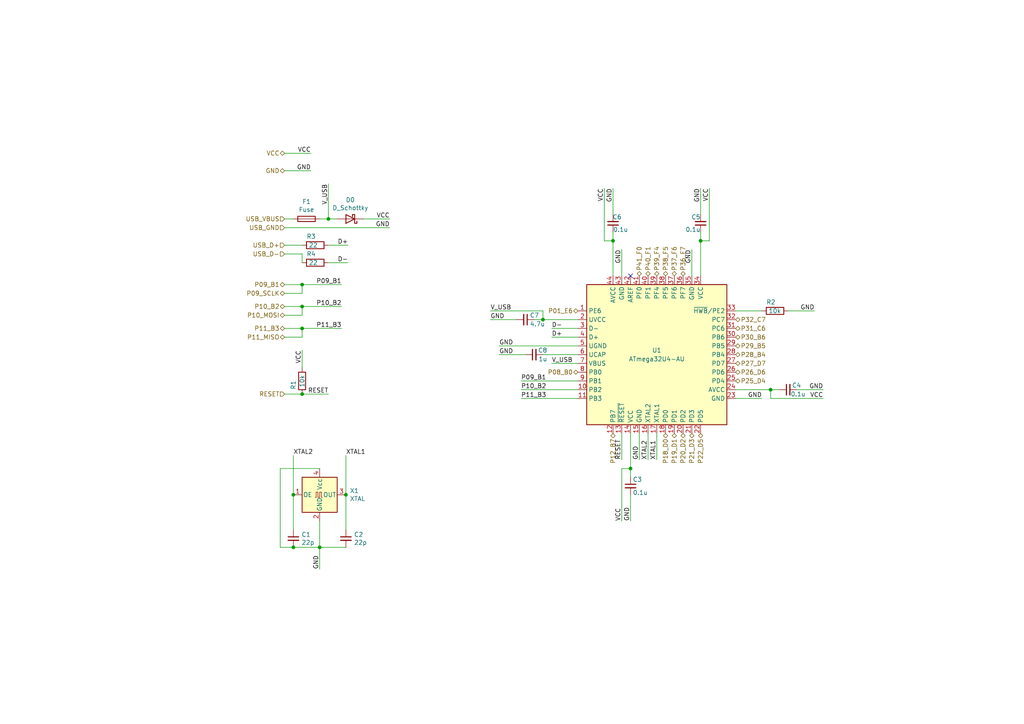
<source format=kicad_sch>
(kicad_sch (version 20211123) (generator eeschema)
  (paper "A4")
  (title_block (title "YUIOP60HH/Controller") (date "2022-02-05") (rev "5") (company "KaoriYa"))
  (lib_symbols
    (symbol "Device:C_Small" (pin_numbers hide) (pin_names (offset 0.254) hide)
      (property "Reference" "C" (at 0.254 1.778 0))
      (property "Value" "C_Small" (at 0.254 -2.032 0))
      (symbol "C_Small_0_1"
        (polyline (pts (xy -1.524 -0.508) (xy 1.524 -0.508)) (stroke (width 0.3302)))
        (polyline (pts (xy -1.524 0.508) (xy 1.524 0.508)) (stroke (width 0.3048)))
      )
      (symbol "C_Small_1_1"
        (pin passive line (at 0 2.54 270) (length 2.032) (name "~") (number "1"))
        (pin passive line (at 0 -2.54 90) (length 2.032) (name "~") (number "2"))
      )
    )
    (symbol "Device:D_Schottky" (pin_numbers hide) (pin_names (offset 1.016) hide)
      (property "Reference" "D" (at 0 2.54 0))
      (property "Value" "D_Schottky" (at 0 -2.54 0))
      (symbol "D_Schottky_0_1"
        (polyline (pts (xy 1.27 0) (xy -1.27 0)))
        (polyline (pts (xy 1.27 1.27) (xy 1.27 -1.27) (xy -1.27 0) (xy 1.27 1.27)) (stroke (width 0.254)))
        (polyline (pts (xy -1.905 0.635) (xy -1.905 1.27) (xy -1.27 1.27) (xy -1.27 -1.27) (xy -0.635 -1.27) (xy -0.635 -0.635)) (stroke (width 0.254)))
      )
      (symbol "D_Schottky_1_1"
        (pin passive line (at -3.81 0 0) (length 2.54) (name "K") (number "1"))
        (pin passive line (at 3.81 0 180) (length 2.54) (name "A") (number "2"))
      )
    )
    (symbol "Device:Fuse" (pin_numbers hide) (pin_names (offset 0))
      (property "Reference" "F" (at 2.032 0 90))
      (property "Value" "Fuse" (at -1.905 0 90))
      (symbol "Fuse_0_1"
        (rectangle (start -0.762 -2.54) (end 0.762 2.54) (stroke (width 0.254)))
        (polyline (pts (xy 0 2.54) (xy 0 -2.54)))
      )
      (symbol "Fuse_1_1"
        (pin passive line (at 0 3.81 270) (length 1.27) (name "~") (number "1"))
        (pin passive line (at 0 -3.81 90) (length 1.27) (name "~") (number "2"))
      )
    )
    (symbol "Device:R" (pin_numbers hide) (pin_names (offset 0))
      (property "Reference" "R" (at 2.032 0 90))
      (property "Value" "R" (at 0 0 90))
      (symbol "R_0_1"
        (rectangle (start -1.016 -2.54) (end 1.016 2.54) (stroke (width 0.254)))
      )
      (symbol "R_1_1"
        (pin passive line (at 0 3.81 270) (length 1.27) (name "~") (number "1"))
        (pin passive line (at 0 -3.81 90) (length 1.27) (name "~") (number "2"))
      )
    )
    (symbol "Oscillator:SG-8002CE" (pin_names (offset 0.254))
      (property "Reference" "X" (at -5.08 6.35 0))
      (property "Value" "SG-8002CE" (at 1.27 -6.35 0))
      (symbol "SG-8002CE_0_1"
        (rectangle (start -5.08 5.08) (end 5.08 -5.08) (stroke (width 0.254)) (fill (type background)))
        (polyline (pts (xy -1.27 -0.762) (xy -1.016 -0.762) (xy -1.016 0.762) (xy -0.508 0.762) (xy -0.508 -0.762) (xy 0 -0.762) (xy 0 0.762) (xy 0.508 0.762) (xy 0.508 -0.762) (xy 0.762 -0.762)))
      )
      (symbol "SG-8002CE_1_1"
        (pin input line (at -7.62 0 0) (length 2.54) (name "OE") (number "1"))
        (pin power_in line (at 0 -7.62 90) (length 2.54) (name "GND") (number "2"))
        (pin output line (at 7.62 0 180) (length 2.54) (name "OUT") (number "3"))
        (pin power_in line (at 0 7.62 270) (length 2.54) (name "Vcc") (number "4"))
      )
    )
    (symbol "yuiop:ATmega32U4-AU"
      (property "Reference" "U?" (at 0 2.54 0))
      (property "Value" "ATmega32U4-AU" (at 0 -2.54 0))
      (symbol "ATmega32U4-AU_0_1"
        (rectangle (start -20.32 -20.32) (end 20.32 20.32) (stroke (width 0.254)) (fill (type background)))
      )
      (symbol "ATmega32U4-AU_1_1"
        (pin bidirectional line (at -22.86 12.7 0) (length 2.54) (name "PE6") (number "1"))
        (pin bidirectional line (at -22.86 -10.16 0) (length 2.54) (name "PB2") (number "10"))
        (pin bidirectional line (at -22.86 -12.7 0) (length 2.54) (name "PB3") (number "11"))
        (pin bidirectional line (at -12.7 -22.86 90) (length 2.54) (name "PB7") (number "12"))
        (pin input line (at -10.16 -22.86 90) (length 2.54) (name "~{RESET}") (number "13"))
        (pin power_in line (at -7.62 -22.86 90) (length 2.54) (name "VCC") (number "14"))
        (pin power_in line (at -5.08 -22.86 90) (length 2.54) (name "GND") (number "15"))
        (pin output line (at -2.54 -22.86 90) (length 2.54) (name "XTAL2") (number "16"))
        (pin input line (at 0 -22.86 90) (length 2.54) (name "XTAL1") (number "17"))
        (pin bidirectional line (at 2.54 -22.86 90) (length 2.54) (name "PD0") (number "18"))
        (pin bidirectional line (at 5.08 -22.86 90) (length 2.54) (name "PD1") (number "19"))
        (pin power_in line (at -22.86 10.16 0) (length 2.54) (name "UVCC") (number "2"))
        (pin bidirectional line (at 7.62 -22.86 90) (length 2.54) (name "PD2") (number "20"))
        (pin bidirectional line (at 10.16 -22.86 90) (length 2.54) (name "PD3") (number "21"))
        (pin bidirectional line (at 12.7 -22.86 90) (length 2.54) (name "PD5") (number "22"))
        (pin power_in line (at 22.86 -12.7 180) (length 2.54) (name "GND") (number "23"))
        (pin power_in line (at 22.86 -10.16 180) (length 2.54) (name "AVCC") (number "24"))
        (pin bidirectional line (at 22.86 -7.62 180) (length 2.54) (name "PD4") (number "25"))
        (pin bidirectional line (at 22.86 -5.08 180) (length 2.54) (name "PD6") (number "26"))
        (pin bidirectional line (at 22.86 -2.54 180) (length 2.54) (name "PD7") (number "27"))
        (pin bidirectional line (at 22.86 0 180) (length 2.54) (name "PB4") (number "28"))
        (pin bidirectional line (at 22.86 2.54 180) (length 2.54) (name "PB5") (number "29"))
        (pin bidirectional line (at -22.86 7.62 0) (length 2.54) (name "D-") (number "3"))
        (pin bidirectional line (at 22.86 5.08 180) (length 2.54) (name "PB6") (number "30"))
        (pin bidirectional line (at 22.86 7.62 180) (length 2.54) (name "PC6") (number "31"))
        (pin bidirectional line (at 22.86 10.16 180) (length 2.54) (name "PC7") (number "32"))
        (pin bidirectional line (at 22.86 12.7 180) (length 2.54) (name "~{HWB}/PE2") (number "33"))
        (pin power_in line (at 12.7 22.86 270) (length 2.54) (name "VCC") (number "34"))
        (pin power_in line (at 10.16 22.86 270) (length 2.54) (name "GND") (number "35"))
        (pin bidirectional line (at 7.62 22.86 270) (length 2.54) (name "PF7") (number "36"))
        (pin bidirectional line (at 5.08 22.86 270) (length 2.54) (name "PF6") (number "37"))
        (pin bidirectional line (at 2.54 22.86 270) (length 2.54) (name "PF5") (number "38"))
        (pin bidirectional line (at 0 22.86 270) (length 2.54) (name "PF4") (number "39"))
        (pin bidirectional line (at -22.86 5.08 0) (length 2.54) (name "D+") (number "4"))
        (pin bidirectional line (at -2.54 22.86 270) (length 2.54) (name "PF1") (number "40"))
        (pin bidirectional line (at -5.08 22.86 270) (length 2.54) (name "PF0") (number "41"))
        (pin passive line (at -7.62 22.86 270) (length 2.54) (name "AREF") (number "42"))
        (pin power_in line (at -10.16 22.86 270) (length 2.54) (name "GND") (number "43"))
        (pin power_in line (at -12.7 22.86 270) (length 2.54) (name "AVCC") (number "44"))
        (pin passive line (at -22.86 2.54 0) (length 2.54) (name "UGND") (number "5"))
        (pin passive line (at -22.86 0 0) (length 2.54) (name "UCAP") (number "6"))
        (pin input line (at -22.86 -2.54 0) (length 2.54) (name "VBUS") (number "7"))
        (pin bidirectional line (at -22.86 -5.08 0) (length 2.54) (name "PB0") (number "8"))
        (pin bidirectional line (at -22.86 -7.62 0) (length 2.54) (name "PB1") (number "9"))
      )
    )
  )
  (junction (at 87.63 114.3))
  (junction (at 203.2 69.85))
  (junction (at 92.71 158.75))
  (junction (at 177.8 69.85))
  (junction (at 85.09 158.75))
  (junction (at 182.88 135.89))
  (junction (at 95.25 63.5))
  (junction (at 223.52 113.03))
  (junction (at 100.33 143.51))
  (junction (at 87.63 95.25))
  (junction (at 157.48 92.71))
  (junction (at 87.63 82.55))
  (junction (at 87.63 88.9))
  (junction (at 85.09 143.51))
  (no_connect (at 182.88 80.01))
  (wire (pts (xy 177.8 69.85) (xy 175.26 69.85)))
  (wire (pts (xy 205.74 54.61) (xy 205.74 69.85)))
  (wire (pts (xy 238.76 115.57) (xy 223.52 115.57)))
  (wire (pts (xy 205.74 69.85) (xy 203.2 69.85)))
  (wire (pts (xy 85.09 132.08) (xy 85.09 143.51)))
  (wire (pts (xy 223.52 115.57) (xy 223.52 113.03)))
  (wire (pts (xy 182.88 135.89) (xy 182.88 138.43)))
  (wire (pts (xy 151.13 113.03) (xy 167.64 113.03)))
  (wire (pts (xy 187.96 125.73) (xy 187.96 133.35)))
  (wire (pts (xy 213.36 115.57) (xy 220.98 115.57)))
  (wire (pts (xy 154.94 92.71) (xy 157.48 92.71)))
  (wire (pts (xy 180.34 125.73) (xy 180.34 133.35)))
  (wire (pts (xy 90.17 44.45) (xy 82.55 44.45)))
  (wire (pts (xy 157.48 90.17) (xy 157.48 92.71)))
  (wire (pts (xy 82.55 73.66) (xy 87.63 73.66)))
  (wire (pts (xy 223.52 113.03) (xy 226.06 113.03)))
  (wire (pts (xy 182.88 125.73) (xy 182.88 135.89)))
  (wire (pts (xy 82.55 71.12) (xy 87.63 71.12)))
  (wire (pts (xy 231.14 113.03) (xy 238.76 113.03)))
  (wire (pts (xy 203.2 69.85) (xy 203.2 67.31)))
  (wire (pts (xy 82.55 49.53) (xy 90.17 49.53)))
  (wire (pts (xy 200.66 80.01) (xy 200.66 72.39)))
  (wire (pts (xy 100.33 158.75) (xy 92.71 158.75)))
  (wire (pts (xy 105.41 63.5) (xy 113.03 63.5)))
  (wire (pts (xy 142.24 90.17) (xy 157.48 90.17)))
  (wire (pts (xy 203.2 80.01) (xy 203.2 69.85)))
  (wire (pts (xy 100.965 71.12) (xy 95.25 71.12)))
  (wire (pts (xy 87.63 101.6) (xy 87.63 106.68)))
  (wire (pts (xy 95.25 76.2) (xy 100.965 76.2)))
  (wire (pts (xy 213.36 90.17) (xy 220.98 90.17)))
  (wire (pts (xy 185.42 133.35) (xy 185.42 125.73)))
  (wire (pts (xy 203.2 62.23) (xy 203.2 54.61)))
  (wire (pts (xy 160.02 95.25) (xy 167.64 95.25)))
  (wire (pts (xy 99.06 88.9) (xy 87.63 88.9)))
  (wire (pts (xy 92.71 158.75) (xy 92.71 165.1)))
  (wire (pts (xy 177.8 67.31) (xy 177.8 69.85)))
  (wire (pts (xy 157.48 92.71) (xy 167.64 92.71)))
  (wire (pts (xy 87.63 88.9) (xy 82.55 88.9)))
  (wire (pts (xy 152.4 102.87) (xy 144.78 102.87)))
  (wire (pts (xy 85.09 143.51) (xy 85.09 153.67)))
  (wire (pts (xy 81.28 135.89) (xy 81.28 158.75)))
  (wire (pts (xy 213.36 113.03) (xy 223.52 113.03)))
  (wire (pts (xy 87.63 82.55) (xy 87.63 85.09)))
  (wire (pts (xy 151.13 115.57) (xy 167.64 115.57)))
  (wire (pts (xy 167.64 97.79) (xy 160.02 97.79)))
  (wire (pts (xy 151.13 110.49) (xy 167.64 110.49)))
  (wire (pts (xy 160.02 105.41) (xy 167.64 105.41)))
  (wire (pts (xy 157.48 102.87) (xy 167.64 102.87)))
  (wire (pts (xy 144.78 100.33) (xy 167.64 100.33)))
  (wire (pts (xy 87.63 73.66) (xy 87.63 76.2)))
  (wire (pts (xy 177.8 62.23) (xy 177.8 54.61)))
  (wire (pts (xy 87.63 97.79) (xy 82.55 97.79)))
  (wire (pts (xy 92.71 135.89) (xy 81.28 135.89)))
  (wire (pts (xy 228.6 90.17) (xy 236.22 90.17)))
  (wire (pts (xy 82.55 63.5) (xy 85.09 63.5)))
  (wire (pts (xy 87.63 91.44) (xy 87.63 88.9)))
  (wire (pts (xy 92.71 63.5) (xy 95.25 63.5)))
  (wire (pts (xy 180.34 80.01) (xy 180.34 72.39)))
  (wire (pts (xy 81.28 158.75) (xy 85.09 158.75)))
  (wire (pts (xy 87.63 95.25) (xy 87.63 97.79)))
  (wire (pts (xy 87.63 82.55) (xy 82.55 82.55)))
  (wire (pts (xy 182.88 143.51) (xy 182.88 151.13)))
  (wire (pts (xy 149.86 92.71) (xy 142.24 92.71)))
  (wire (pts (xy 92.71 151.13) (xy 92.71 158.75)))
  (wire (pts (xy 87.63 114.3) (xy 95.25 114.3)))
  (wire (pts (xy 100.33 143.51) (xy 100.33 153.67)))
  (wire (pts (xy 92.71 158.75) (xy 85.09 158.75)))
  (wire (pts (xy 175.26 54.61) (xy 175.26 69.85)))
  (wire (pts (xy 95.25 63.5) (xy 97.79 63.5)))
  (wire (pts (xy 82.55 66.04) (xy 113.03 66.04)))
  (wire (pts (xy 87.63 85.09) (xy 82.55 85.09)))
  (wire (pts (xy 82.55 114.3) (xy 87.63 114.3)))
  (wire (pts (xy 82.55 91.44) (xy 87.63 91.44)))
  (wire (pts (xy 190.5 133.35) (xy 190.5 125.73)))
  (wire (pts (xy 95.25 53.34) (xy 95.25 63.5)))
  (wire (pts (xy 99.06 82.55) (xy 87.63 82.55)))
  (wire (pts (xy 100.33 143.51) (xy 100.33 132.08)))
  (wire (pts (xy 177.8 69.85) (xy 177.8 80.01)))
  (wire (pts (xy 99.06 95.25) (xy 87.63 95.25)))
  (wire (pts (xy 180.34 151.13) (xy 180.34 135.89)))
  (wire (pts (xy 87.63 95.25) (xy 82.55 95.25)))
  (wire (pts (xy 180.34 135.89) (xy 182.88 135.89)))
  (label "V_USB" (at 142.24 90.17 0))
  (label "GND" (at 90.17 49.53 180))
  (label "GND" (at 142.24 92.71 0))
  (label "GND" (at 177.8 54.61 270))
  (label "XTAL1" (at 100.33 132.08 0))
  (label "GND" (at 220.98 115.57 180))
  (label "VCC" (at 87.63 101.6 270))
  (label "D-" (at 160.02 95.25 0))
  (label "VCC" (at 205.74 54.61 270))
  (label "RESET" (at 95.25 114.3 180))
  (label "GND" (at 92.71 165.1 90))
  (label "GND" (at 200.66 72.39 270))
  (label "GND" (at 185.42 133.35 90))
  (label "P10_B2" (at 151.13 113.03 0))
  (label "VCC" (at 180.34 151.13 90))
  (label "GND" (at 180.34 72.39 270))
  (label "XTAL1" (at 190.5 133.35 90))
  (label "P09_B1" (at 99.06 82.55 180))
  (label "VCC" (at 238.76 115.57 180))
  (label "GND" (at 113.03 66.04 180))
  (label "P10_B2" (at 99.06 88.9 180))
  (label "GND" (at 144.78 102.87 0))
  (label "D+" (at 160.02 97.79 0))
  (label "GND" (at 236.22 90.17 180))
  (label "P11_B3" (at 151.13 115.57 0))
  (label "VCC" (at 113.03 63.5 180))
  (label "VCC" (at 175.26 54.61 270))
  (label "XTAL2" (at 187.96 133.35 90))
  (label "GND" (at 182.88 151.13 90))
  (label "V_USB" (at 160.02 105.41 0))
  (label "GND" (at 203.2 54.61 270))
  (label "VCC" (at 90.17 44.45 180))
  (label "RESET" (at 180.34 133.35 90))
  (label "P11_B3" (at 99.06 95.25 180))
  (label "D-" (at 100.965 76.2 180))
  (label "GND" (at 144.78 100.33 0))
  (label "V_USB" (at 95.25 53.34 270))
  (label "D+" (at 100.965 71.12 180))
  (label "P09_B1" (at 151.13 110.49 0))
  (label "GND" (at 238.76 113.03 180))
  (label "XTAL2" (at 85.09 132.08 0))
  (hierarchical_label "P10_MOSI" (shape bidirectional) (at 82.55 91.44 180))
  (hierarchical_label "P29_B5" (shape bidirectional) (at 213.36 100.33 0))
  (hierarchical_label "P10_B2" (shape bidirectional) (at 82.55 88.9 180))
  (hierarchical_label "P20_D2" (shape bidirectional) (at 198.12 125.73 270))
  (hierarchical_label "P28_B4" (shape bidirectional) (at 213.36 102.87 0))
  (hierarchical_label "P12_B7" (shape bidirectional) (at 177.8 125.73 270))
  (hierarchical_label "P18_D0" (shape bidirectional) (at 193.04 125.73 270))
  (hierarchical_label "P25_D4" (shape bidirectional) (at 213.36 110.49 0))
  (hierarchical_label "USB_D+" (shape input) (at 82.55 71.12 180))
  (hierarchical_label "RESET" (shape input) (at 82.55 114.3 180))
  (hierarchical_label "P27_D7" (shape bidirectional) (at 213.36 105.41 0))
  (hierarchical_label "P26_D6" (shape bidirectional) (at 213.36 107.95 0))
  (hierarchical_label "VCC" (shape bidirectional) (at 82.55 44.45 180))
  (hierarchical_label "USB_D-" (shape input) (at 82.55 73.66 180))
  (hierarchical_label "P32_C7" (shape bidirectional) (at 213.36 92.71 0))
  (hierarchical_label "P38_F5" (shape bidirectional) (at 193.04 80.01 90))
  (hierarchical_label "P37_F6" (shape bidirectional) (at 195.58 80.01 90))
  (hierarchical_label "USB_VBUS" (shape input) (at 82.55 63.5 180))
  (hierarchical_label "P09_SCLK" (shape bidirectional) (at 82.55 85.09 180))
  (hierarchical_label "P19_D1" (shape bidirectional) (at 195.58 125.73 270))
  (hierarchical_label "USB_GND" (shape input) (at 82.55 66.04 180))
  (hierarchical_label "P41_F0" (shape bidirectional) (at 185.42 80.01 90))
  (hierarchical_label "P08_B0" (shape bidirectional) (at 167.64 107.95 180))
  (hierarchical_label "P39_F4" (shape bidirectional) (at 190.5 80.01 90))
  (hierarchical_label "P21_D3" (shape bidirectional) (at 200.66 125.73 270))
  (hierarchical_label "P01_E6" (shape bidirectional) (at 167.64 90.17 180))
  (hierarchical_label "P40_F1" (shape bidirectional) (at 187.96 80.01 90))
  (hierarchical_label "P22_D5" (shape bidirectional) (at 203.2 125.73 270))
  (hierarchical_label "P31_C6" (shape bidirectional) (at 213.36 95.25 0))
  (hierarchical_label "P30_B6" (shape bidirectional) (at 213.36 97.79 0))
  (hierarchical_label "P36_F7" (shape bidirectional) (at 198.12 80.01 90))
  (hierarchical_label "P09_B1" (shape bidirectional) (at 82.55 82.55 180))
  (hierarchical_label "P11_MISO" (shape bidirectional) (at 82.55 97.79 180))
  (hierarchical_label "GND" (shape bidirectional) (at 82.55 49.53 180))
  (hierarchical_label "P11_B3" (shape bidirectional) (at 82.55 95.25 180))
  (symbol (lib_id "Oscillator:SG-8002CE") (at 92.71 143.51 0) (unit 1)
    (property "Reference" "X1" (at 101.4476 142.3416 0) (effects (justify left)))
    (property "Value" "XTAL" (at 101.4476 144.653 0) (effects (justify left)))
    (property "Footprint" "Oscillator:Oscillator_SMD_SeikoEpson_SG8002CE-4Pin_3.2x2.5mm" (effects hide))
    (property "Datasheet" "https://support.epson.biz/td/api/doc_check.php?mode=dl&lang=en&Parts=SG-8002DC" (effects hide))
  )
  (symbol (lib_id "Device:C_Small") (at 85.09 156.21 0) (unit 1)
    (property "Reference" "C1" (at 87.4268 155.0416 0) (effects (justify left)))
    (property "Value" "22p" (at 87.4268 157.353 0) (effects (justify left)))
    (property "Footprint" "Capacitor_SMD:C_0603_1608Metric_Pad1.08x0.95mm_HandSolder" (effects hide))
    (property "Datasheet" "https://akizukidenshi.com/catalog/g/gP-13313/" (effects hide))
  )
  (symbol (lib_id "Device:C_Small") (at 100.33 156.21 0) (unit 1)
    (property "Reference" "C2" (at 102.6668 155.0416 0) (effects (justify left)))
    (property "Value" "22p" (at 102.6668 157.353 0) (effects (justify left)))
    (property "Footprint" "Capacitor_SMD:C_0603_1608Metric_Pad1.08x0.95mm_HandSolder" (effects hide))
    (property "Datasheet" "https://akizukidenshi.com/catalog/g/gP-13313/" (effects hide))
  )
  (symbol (lib_id "Device:C_Small") (at 182.88 140.97 0) (unit 1)
    (property "Reference" "C3" (at 183.515 139.065 0) (effects (justify left)))
    (property "Value" "0.1u" (at 183.515 142.875 0) (effects (justify left)))
    (property "Footprint" "Capacitor_SMD:C_0603_1608Metric_Pad1.08x0.95mm_HandSolder" (effects hide))
    (property "Datasheet" "https://akizukidenshi.com/catalog/g/gP-16143/" (effects hide))
  )
  (symbol (lib_id "Device:C_Small") (at 152.4 92.71 270) (unit 1)
    (property "Reference" "C7" (at 153.67 91.44 90) (effects (justify left)))
    (property "Value" "4.7u" (at 153.67 93.98 90) (effects (justify left)))
    (property "Footprint" "Capacitor_SMD:C_0603_1608Metric_Pad1.08x0.95mm_HandSolder" (effects hide))
  )
  (symbol (lib_id "Device:R") (at 87.63 110.49 0) (unit 1)
    (property "Reference" "R1" (at 85.09 113.03 90) (effects (justify left)))
    (property "Value" "10k" (at 87.63 112.395 90) (effects (justify left)))
    (property "Footprint" "Resistor_SMD:R_0603_1608Metric_Pad0.98x0.95mm_HandSolder" (effects hide))
  )
  (symbol (lib_id "Device:R") (at 224.79 90.17 270) (unit 1)
    (property "Reference" "R2" (at 222.25 87.63 90) (effects (justify left)))
    (property "Value" "10k" (at 222.885 90.17 90) (effects (justify left)))
    (property "Footprint" "Resistor_SMD:R_0603_1608Metric_Pad0.98x0.95mm_HandSolder" (effects hide))
  )
  (symbol (lib_id "Device:R") (at 91.44 71.12 270) (unit 1)
    (property "Reference" "R3" (at 88.9 68.58 90) (effects (justify left)))
    (property "Value" "22" (at 89.535 71.12 90) (effects (justify left)))
    (property "Footprint" "Resistor_SMD:R_0603_1608Metric_Pad0.98x0.95mm_HandSolder" (effects hide))
    (property "Datasheet" "https://www.sengoku.co.jp/mod/sgk_cart/detail.php?code=EEHD-57FD" (effects hide))
  )
  (symbol (lib_id "Device:R") (at 91.44 76.2 270) (unit 1)
    (property "Reference" "R4" (at 88.9 73.66 90) (effects (justify left)))
    (property "Value" "22" (at 89.535 76.2 90) (effects (justify left)))
    (property "Footprint" "Resistor_SMD:R_0603_1608Metric_Pad0.98x0.95mm_HandSolder" (effects hide))
    (property "Datasheet" "https://www.sengoku.co.jp/mod/sgk_cart/detail.php?code=EEHD-57FD" (effects hide))
  )
  (symbol (lib_id "Device:Fuse") (at 88.9 63.5 270) (unit 1)
    (property "Reference" "F1" (at 88.9 58.4962 90))
    (property "Value" "Fuse" (at 88.9 60.8076 90))
    (property "Footprint" "Fuse:Fuse_1206_3216Metric_Pad1.42x1.75mm_HandSolder" (effects hide))
    (property "Datasheet" "https://akizukidenshi.com/catalog/g/gP-15300/" (effects hide))
  )
  (symbol (lib_id "Device:D_Schottky") (at 101.6 63.5 180) (unit 1)
    (property "Reference" "D0" (at 101.6 57.9882 0))
    (property "Value" "D_Schottky" (at 101.6 60.2996 0))
    (property "Footprint" "Diode_SMD:D_SOD-123" (effects hide))
    (property "Datasheet" "https://akizukidenshi.com/catalog/g/gI-01398/" (effects hide))
  )
  (symbol (lib_id "Device:C_Small") (at 154.94 102.87 90) (unit 1)
    (property "Reference" "C8" (at 158.75 101.6 90) (effects (justify left)))
    (property "Value" "1u" (at 158.75 104.14 90) (effects (justify left)))
    (property "Footprint" "Capacitor_SMD:C_0603_1608Metric_Pad1.08x0.95mm_HandSolder" (effects hide))
  )
  (symbol (lib_id "yuiop:ATmega32U4-AU") (at 190.5 102.87 0) (unit 1)
    (property "Reference" "U1" (at 190.5 101.6 0))
    (property "Value" "ATmega32U4-AU" (at 190.5 104.14 0))
    (property "Footprint" "Package_QFP:TQFP-44_10x10mm_P0.8mm" (effects hide))
    (property "Datasheet" "http://ww1.microchip.com/downloads/en/DeviceDoc/Atmel-7766-8-bit-AVR-ATmega16U4-32U4_Datasheet.pdf" (effects hide))
  )
  (symbol (lib_id "Device:C_Small") (at 203.2 64.77 180) (unit 1)
    (property "Reference" "C5" (at 203.2 62.23 0) (effects (justify left bottom)))
    (property "Value" "0.1u" (at 203.2 67.31 0) (effects (justify left top)))
    (property "Footprint" "Capacitor_SMD:C_0603_1608Metric_Pad1.08x0.95mm_HandSolder" (effects hide))
    (property "Datasheet" "https://akizukidenshi.com/catalog/g/gP-16143/" (effects hide))
  )
  (symbol (lib_id "Device:C_Small") (at 228.6 113.03 90) (unit 1)
    (property "Reference" "C4" (at 232.41 111.76 90) (effects (justify left)))
    (property "Value" "0.1u" (at 233.68 114.3 90) (effects (justify left)))
    (property "Footprint" "Capacitor_SMD:C_0603_1608Metric_Pad1.08x0.95mm_HandSolder" (effects hide))
    (property "Datasheet" "https://akizukidenshi.com/catalog/g/gP-16143/" (effects hide))
  )
  (symbol (lib_id "Device:C_Small") (at 177.8 64.77 180) (unit 1)
    (property "Reference" "C6" (at 180.34 62.23 0) (effects (justify left bottom)))
    (property "Value" "0.1u" (at 177.8 67.31 0) (effects (justify right top)))
    (property "Footprint" "Capacitor_SMD:C_0603_1608Metric_Pad1.08x0.95mm_HandSolder" (effects hide))
    (property "Datasheet" "https://akizukidenshi.com/catalog/g/gP-16143/" (effects hide))
  )
)
</source>
